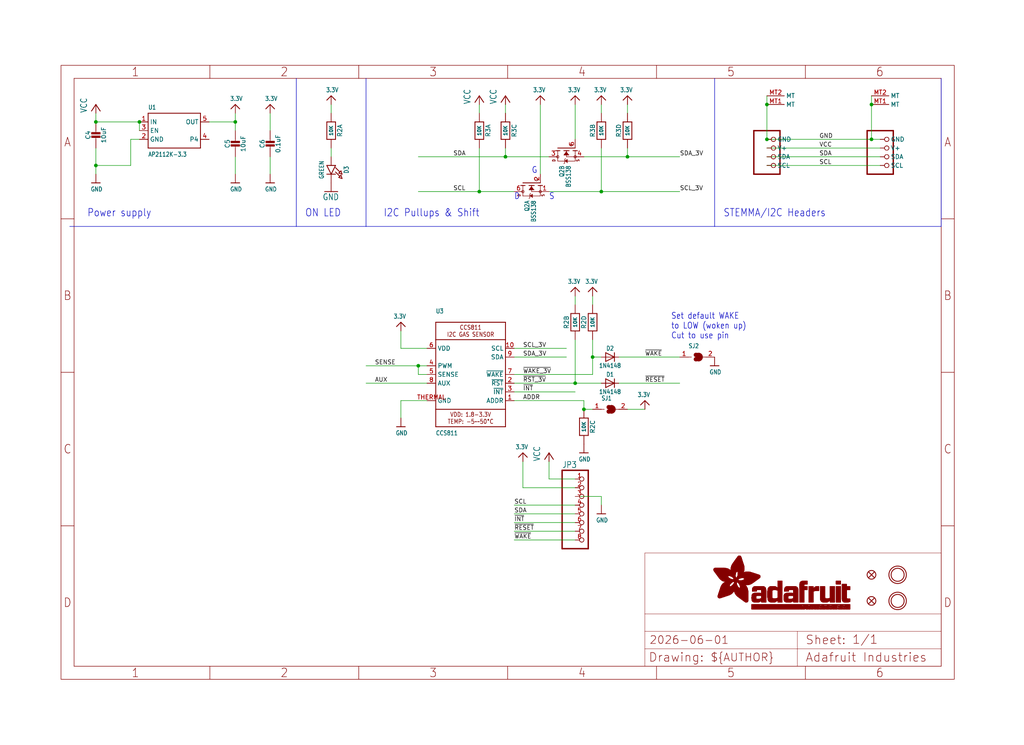
<source format=kicad_sch>
(kicad_sch (version 20230121) (generator eeschema)
  (paper "User" 298.45 217.322)
  (lib_symbols
    (symbol "working-eagle-import:3.3V" (power)
      (property "Value" "3.3V" (at -1.524 1.016 0))
      (symbol "3.3V_1_0"
        (pin power_in line (at 0 -2.54 90) (length 2.54) (name "3.3V") (number "1"))
      )
    )
    (symbol "working-eagle-import:CAP_CERAMIC0603_NO"
      (property "Reference" "C" (at -2.29 1.25 90))
      (symbol "CAP_CERAMIC0603_NO_1_0"
        (pin passive line (at 0 5.08 270) (length 2.54) (name "1") (number "1"))
        (pin passive line (at 0 -2.54 90) (length 2.54) (name "2") (number "2"))
      )
    )
    (symbol "working-eagle-import:CAP_CERAMIC0805-NOOUTLINE"
      (property "Reference" "C" (at -2.29 1.25 90))
      (symbol "CAP_CERAMIC0805-NOOUTLINE_1_0"
        (pin passive line (at 0 5.08 270) (length 2.54) (name "1") (number "1"))
        (pin passive line (at 0 -2.54 90) (length 2.54) (name "2") (number "2"))
      )
    )
    (symbol "working-eagle-import:CCS811"
      (property "Reference" "U" (at -10.16 17.78 0))
      (symbol "CCS811_1_0"
        (text "CCS811\nI2C GAS SENSOR" (at 0 12.7 0) (effects (font (size 1.27 1.0795))))
        (text "VDD: 1.8-3.3V\nTEMP: -5~~50°C" (at 0 -12.7 0) (effects (font (size 1.27 1.0795))))
        (pin input line (at 12.7 -7.62 180) (length 2.54) (name "ADDR") (number "1"))
        (pin bidirectional line (at 12.7 7.62 180) (length 2.54) (name "SCL") (number "10"))
        (pin input line (at 12.7 -2.54 180) (length 2.54) (name "~{RST}") (number "2"))
        (pin output line (at 12.7 -5.08 180) (length 2.54) (name "~{INT}") (number "3"))
        (pin output line (at -12.7 2.54 0) (length 2.54) (name "PWM") (number "4"))
        (pin input line (at -12.7 0 0) (length 2.54) (name "SENSE") (number "5"))
        (pin power_in line (at -12.7 7.62 0) (length 2.54) (name "VDD") (number "6"))
        (pin input line (at 12.7 0 180) (length 2.54) (name "~{WAKE}") (number "7"))
        (pin passive line (at -12.7 -2.54 0) (length 2.54) (name "AUX") (number "8"))
        (pin bidirectional line (at 12.7 5.08 180) (length 2.54) (name "SDA") (number "9"))
        (pin power_in line (at -12.7 -7.62 0) (length 2.54) (name "GND") (number "THERMAL"))
      )
    )
    (symbol "working-eagle-import:DIODESOD-323"
      (property "Reference" "D" (at 0 2.54 0))
      (symbol "DIODESOD-323_1_0"
        (pin passive line (at -2.54 0 0) (length 2.54) (name "A") (number "A"))
        (pin passive line (at 2.54 0 180) (length 2.54) (name "C") (number "C"))
      )
    )
    (symbol "working-eagle-import:FIDUCIAL_1MM")
    (symbol "working-eagle-import:FRAME_A4_ADAFRUIT"
      (symbol "FRAME_A4_ADAFRUIT_1_0"
        (text "${#}/${##}" (at 230.505 10.16 0) (effects (font (size 2.54 2.54)) (justify left bottom)))
        (text "${AUTHOR}" (at 189.23 5.08 0) (effects (font (size 2.286 2.286)) (justify left bottom)))
        (text "${CURRENT_DATE}" (at 171.45 10.16 0) (effects (font (size 2.286 2.286)) (justify left bottom)))
        (text "${PROJECTNAME}" (at 171.45 15.24 0) (effects (font (size 2.54 2.54)) (justify left bottom)))
        (text "1" (at 21.6958 1.905 0) (effects (font (size 2.54 2.286))))
        (text "1" (at 21.6958 177.165 0) (effects (font (size 2.54 2.286))))
        (text "2" (at 65.0875 1.905 0) (effects (font (size 2.54 2.286))))
        (text "2" (at 65.0875 177.165 0) (effects (font (size 2.54 2.286))))
        (text "3" (at 108.4792 1.905 0) (effects (font (size 2.54 2.286))))
        (text "3" (at 108.4792 177.165 0) (effects (font (size 2.54 2.286))))
        (text "4" (at 151.8708 1.905 0) (effects (font (size 2.54 2.286))))
        (text "4" (at 151.8708 177.165 0) (effects (font (size 2.54 2.286))))
        (text "5" (at 195.2625 1.905 0) (effects (font (size 2.54 2.286))))
        (text "5" (at 195.2625 177.165 0) (effects (font (size 2.54 2.286))))
        (text "6" (at 238.6542 1.905 0) (effects (font (size 2.54 2.286))))
        (text "6" (at 238.6542 177.165 0) (effects (font (size 2.54 2.286))))
        (text "A" (at 1.905 156.6863 0) (effects (font (size 2.54 2.286))))
        (text "A" (at 258.445 156.6863 0) (effects (font (size 2.54 2.286))))
        (text "Adafruit Industries" (at 216.916 4.953 0) (effects (font (size 2.54 2.54)) (justify left bottom)))
        (text "B" (at 1.905 111.9188 0) (effects (font (size 2.54 2.286))))
        (text "B" (at 258.445 111.9188 0) (effects (font (size 2.54 2.286))))
        (text "C" (at 1.905 67.1513 0) (effects (font (size 2.54 2.286))))
        (text "C" (at 258.445 67.1513 0) (effects (font (size 2.54 2.286))))
        (text "D" (at 1.905 22.3838 0) (effects (font (size 2.54 2.286))))
        (text "D" (at 258.445 22.3838 0) (effects (font (size 2.54 2.286))))
        (text "Drawing:" (at 171.196 4.953 0) (effects (font (size 2.54 2.54)) (justify left bottom)))
        (text "Sheet:" (at 216.916 10.033 0) (effects (font (size 2.54 2.54)) (justify left bottom)))
      )
    )
    (symbol "working-eagle-import:GND" (power)
      (property "Value" "GND" (at -1.524 -2.54 0))
      (symbol "GND_1_0"
        (pin power_in line (at 0 2.54 270) (length 2.54) (name "GND") (number "1"))
      )
    )
    (symbol "working-eagle-import:HEADER-1X870MIL"
      (property "Reference" "JP" (at -6.35 13.335 0))
      (symbol "HEADER-1X870MIL_1_0"
        (pin passive inverted (at -2.54 10.16 0) (length 2.54) (name "1") (number "1"))
        (pin passive inverted (at -2.54 7.62 0) (length 2.54) (name "2") (number "2"))
        (pin passive inverted (at -2.54 5.08 0) (length 2.54) (name "3") (number "3"))
        (pin passive inverted (at -2.54 2.54 0) (length 2.54) (name "4") (number "4"))
        (pin passive inverted (at -2.54 0 0) (length 2.54) (name "5") (number "5"))
        (pin passive inverted (at -2.54 -2.54 0) (length 2.54) (name "6") (number "6"))
        (pin passive inverted (at -2.54 -5.08 0) (length 2.54) (name "7") (number "7"))
        (pin passive inverted (at -2.54 -7.62 0) (length 2.54) (name "8") (number "8"))
      )
    )
    (symbol "working-eagle-import:LED0603_NOOUTLINE"
      (property "Reference" "D" (at -1.27 4.445 0))
      (symbol "LED0603_NOOUTLINE_1_0"
        (pin passive line (at -5.08 0 0) (length 2.54) (name "A") (number "A"))
        (pin passive line (at 2.54 0 180) (length 2.54) (name "C") (number "C"))
      )
    )
    (symbol "working-eagle-import:MOSFET-N_DUAL"
      (property "Reference" "Q" (at 5.08 0.635 0))
      (symbol "MOSFET-N_DUAL_1_0"
        (text "D" (at 3.175 3.175 0) (effects (font (size 0.8128 0.6908)) (justify left bottom)))
        (text "G" (at -1.27 -1.905 0) (effects (font (size 0.8128 0.6908)) (justify left bottom)))
        (text "S" (at 3.175 -3.81 0) (effects (font (size 0.8128 0.6908)) (justify left bottom)))
        (pin bidirectional line (at 2.54 -5.08 90) (length 2.54) (name "S") (number "1"))
        (pin bidirectional line (at -2.54 -2.54 0) (length 2.54) (name "G") (number "2"))
        (pin bidirectional line (at 2.54 5.08 270) (length 2.54) (name "D") (number "6"))
      )
      (symbol "MOSFET-N_DUAL_2_0"
        (text "D" (at 3.175 3.175 0) (effects (font (size 0.8128 0.6908)) (justify left bottom)))
        (text "G" (at -1.27 -1.905 0) (effects (font (size 0.8128 0.6908)) (justify left bottom)))
        (text "S" (at 3.175 -3.81 0) (effects (font (size 0.8128 0.6908)) (justify left bottom)))
        (pin bidirectional line (at 2.54 5.08 270) (length 2.54) (name "D") (number "3"))
        (pin bidirectional line (at 2.54 -5.08 90) (length 2.54) (name "S") (number "4"))
        (pin bidirectional line (at -2.54 -2.54 0) (length 2.54) (name "G") (number "5"))
      )
    )
    (symbol "working-eagle-import:MOUNTINGHOLE2.5")
    (symbol "working-eagle-import:RESISTOR_4PACK"
      (property "Reference" "R" (at 0 2.54 0))
      (symbol "RESISTOR_4PACK_1_0"
        (pin passive line (at -5.08 0 0) (length 2.54) (name "1") (number "1"))
        (pin passive line (at 5.08 0 180) (length 2.54) (name "2") (number "8"))
      )
      (symbol "RESISTOR_4PACK_2_0"
        (pin passive line (at -5.08 0 0) (length 2.54) (name "1") (number "2"))
        (pin passive line (at 5.08 0 180) (length 2.54) (name "2") (number "7"))
      )
      (symbol "RESISTOR_4PACK_3_0"
        (pin passive line (at -5.08 0 0) (length 2.54) (name "1") (number "3"))
        (pin passive line (at 5.08 0 180) (length 2.54) (name "2") (number "6"))
      )
      (symbol "RESISTOR_4PACK_4_0"
        (pin passive line (at -5.08 0 0) (length 2.54) (name "1") (number "4"))
        (pin passive line (at 5.08 0 180) (length 2.54) (name "2") (number "5"))
      )
    )
    (symbol "working-eagle-import:SOLDERJUMPER"
      (property "Reference" "SJ" (at -2.54 2.54 0))
      (symbol "SOLDERJUMPER_1_0"
        (pin passive line (at -5.08 0 0) (length 2.54) (name "1") (number "1"))
        (pin passive line (at 5.08 0 180) (length 2.54) (name "2") (number "2"))
      )
    )
    (symbol "working-eagle-import:SOLDERJUMPERCLOSED"
      (property "Reference" "SJ" (at -2.54 2.54 0))
      (symbol "SOLDERJUMPERCLOSED_1_0"
        (pin passive line (at -5.08 0 0) (length 2.54) (name "1") (number "1"))
        (pin passive line (at 5.08 0 180) (length 2.54) (name "2") (number "2"))
      )
    )
    (symbol "working-eagle-import:STEMMA_I2C_QT"
      (symbol "STEMMA_I2C_QT_1_0"
        (pin passive inverted (at 0 5.08 0) (length 2.54) (name "GND") (number "1"))
        (pin passive inverted (at 0 2.54 0) (length 2.54) (name "V+") (number "2"))
        (pin passive inverted (at 0 0 0) (length 2.54) (name "SDA") (number "3"))
        (pin passive inverted (at 0 -2.54 0) (length 2.54) (name "SCL") (number "4"))
      )
      (symbol "STEMMA_I2C_QT_2_0"
        (pin bidirectional line (at 0 0 0) (length 5.08) (name "MT") (number "MT1"))
      )
      (symbol "STEMMA_I2C_QT_3_0"
        (pin bidirectional line (at 0 0 0) (length 5.08) (name "MT") (number "MT2"))
      )
    )
    (symbol "working-eagle-import:VCC" (power)
      (property "Value" "VCC" (at -2.54 -2.54 90))
      (symbol "VCC_1_0"
        (pin power_in line (at 0 -2.54 90) (length 2.54) (name "VCC") (number "1"))
      )
    )
    (symbol "working-eagle-import:VREG_SOT23-5"
      (property "Reference" "U" (at -7.62 6.096 0))
      (symbol "VREG_SOT23-5_1_0"
        (pin power_in line (at -10.16 2.54 0) (length 2.54) (name "IN") (number "1"))
        (pin power_in line (at -10.16 -2.54 0) (length 2.54) (name "GND") (number "2"))
        (pin input line (at -10.16 0 0) (length 2.54) (name "EN") (number "3"))
        (pin bidirectional line (at 10.16 -2.54 180) (length 2.54) (name "P4") (number "4"))
        (pin power_in line (at 10.16 2.54 180) (length 2.54) (name "OUT") (number "5"))
      )
    )
    (symbol "working-eagle-import:supply1_GND" (power)
      (property "Value" "supply1_GND" (at -2.54 -2.54 0))
      (symbol "supply1_GND_1_0"
        (pin power_in line (at 0 2.54 270) (length 2.54) (name "GND") (number "1"))
      )
    )
  )
  (junction (at 167.64 111.76))
  (junction (at 27.94 48.26))
  (junction (at 121.92 106.68))
  (junction (at 182.88 45.72))
  (junction (at 170.18 119.38))
  (junction (at 172.72 104.14))
  (junction (at 68.58 35.56))
  (junction (at 254 40.64))
  (junction (at 175.26 55.88))
  (junction (at 223.52 30.48))
  (junction (at 223.52 40.64))
  (junction (at 40.64 35.56))
  (junction (at 139.7 55.88))
  (junction (at 254 30.48))
  (junction (at 27.94 35.56))
  (junction (at 147.32 45.72))
  (wire (pts (xy 167.64 40.64) (xy 167.64 30.48)) (stroke (width 0.1524)))
  (wire (pts (xy 172.72 109.22) (xy 172.72 104.14)) (stroke (width 0.1524)))
  (wire (pts (xy 167.64 86.36) (xy 167.64 88.9)) (stroke (width 0.1524)))
  (polyline (pts (xy 208.28 22.86) (xy 208.28 66.04)) (stroke (width 0.1524) (type solid)))
  (wire (pts (xy 121.92 109.22) (xy 121.92 106.68)) (stroke (width 0.1524)))
  (wire (pts (xy 139.7 43.18) (xy 139.7 55.88)) (stroke (width 0.1524)))
  (wire (pts (xy 182.88 45.72) (xy 198.12 45.72)) (stroke (width 0.1524)))
  (wire (pts (xy 96.52 45.72) (xy 96.52 43.18)) (stroke (width 0.1524)))
  (wire (pts (xy 254 40.64) (xy 223.52 40.64)) (stroke (width 0.1524)))
  (wire (pts (xy 223.52 27.94) (xy 223.52 30.48)) (stroke (width 0.1524)))
  (wire (pts (xy 160.02 45.72) (xy 147.32 45.72)) (stroke (width 0.1524)))
  (wire (pts (xy 149.86 55.88) (xy 139.7 55.88)) (stroke (width 0.1524)))
  (polyline (pts (xy 106.68 66.04) (xy 208.28 66.04)) (stroke (width 0.1524) (type solid)))
  (wire (pts (xy 175.26 33.02) (xy 175.26 30.48)) (stroke (width 0.1524)))
  (wire (pts (xy 170.18 116.84) (xy 149.86 116.84)) (stroke (width 0.1524)))
  (wire (pts (xy 175.26 144.78) (xy 175.26 147.32)) (stroke (width 0.1524)))
  (wire (pts (xy 124.46 101.6) (xy 116.84 101.6)) (stroke (width 0.1524)))
  (wire (pts (xy 27.94 48.26) (xy 27.94 43.18)) (stroke (width 0.1524)))
  (wire (pts (xy 149.86 157.48) (xy 167.64 157.48)) (stroke (width 0.1524)))
  (wire (pts (xy 167.64 144.78) (xy 175.26 144.78)) (stroke (width 0.1524)))
  (wire (pts (xy 116.84 116.84) (xy 116.84 121.92)) (stroke (width 0.1524)))
  (wire (pts (xy 116.84 101.6) (xy 116.84 96.52)) (stroke (width 0.1524)))
  (polyline (pts (xy 274.32 22.86) (xy 274.32 66.04)) (stroke (width 0.1524) (type solid)))
  (wire (pts (xy 172.72 86.36) (xy 172.72 88.9)) (stroke (width 0.1524)))
  (wire (pts (xy 147.32 33.02) (xy 147.32 30.48)) (stroke (width 0.1524)))
  (wire (pts (xy 139.7 30.48) (xy 139.7 33.02)) (stroke (width 0.1524)))
  (wire (pts (xy 121.92 106.68) (xy 124.46 106.68)) (stroke (width 0.1524)))
  (wire (pts (xy 180.34 111.76) (xy 198.12 111.76)) (stroke (width 0.1524)))
  (wire (pts (xy 152.4 142.24) (xy 152.4 134.62)) (stroke (width 0.1524)))
  (wire (pts (xy 182.88 33.02) (xy 182.88 30.48)) (stroke (width 0.1524)))
  (wire (pts (xy 40.64 38.1) (xy 40.64 35.56)) (stroke (width 0.1524)))
  (wire (pts (xy 149.86 109.22) (xy 172.72 109.22)) (stroke (width 0.1524)))
  (wire (pts (xy 124.46 109.22) (xy 121.92 109.22)) (stroke (width 0.1524)))
  (wire (pts (xy 180.34 104.14) (xy 198.12 104.14)) (stroke (width 0.1524)))
  (wire (pts (xy 68.58 45.72) (xy 68.58 50.8)) (stroke (width 0.1524)))
  (wire (pts (xy 40.64 40.64) (xy 38.1 40.64)) (stroke (width 0.1524)))
  (wire (pts (xy 167.64 111.76) (xy 175.26 111.76)) (stroke (width 0.1524)))
  (wire (pts (xy 160.02 139.7) (xy 160.02 134.62)) (stroke (width 0.1524)))
  (wire (pts (xy 27.94 48.26) (xy 27.94 50.8)) (stroke (width 0.1524)))
  (wire (pts (xy 172.72 99.06) (xy 172.72 104.14)) (stroke (width 0.1524)))
  (wire (pts (xy 139.7 55.88) (xy 121.92 55.88)) (stroke (width 0.1524)))
  (wire (pts (xy 256.54 45.72) (xy 223.52 45.72)) (stroke (width 0.1524)))
  (wire (pts (xy 182.88 119.38) (xy 187.96 119.38)) (stroke (width 0.1524)))
  (wire (pts (xy 40.64 35.56) (xy 27.94 35.56)) (stroke (width 0.1524)))
  (wire (pts (xy 170.18 119.38) (xy 170.18 116.84)) (stroke (width 0.1524)))
  (wire (pts (xy 96.52 30.48) (xy 96.52 33.02)) (stroke (width 0.1524)))
  (wire (pts (xy 167.64 152.4) (xy 149.86 152.4)) (stroke (width 0.1524)))
  (wire (pts (xy 223.52 43.18) (xy 256.54 43.18)) (stroke (width 0.1524)))
  (wire (pts (xy 157.48 50.8) (xy 157.48 30.48)) (stroke (width 0.1524)))
  (wire (pts (xy 68.58 35.56) (xy 68.58 33.02)) (stroke (width 0.1524)))
  (wire (pts (xy 223.52 48.26) (xy 256.54 48.26)) (stroke (width 0.1524)))
  (wire (pts (xy 170.18 119.38) (xy 172.72 119.38)) (stroke (width 0.1524)))
  (wire (pts (xy 147.32 43.18) (xy 147.32 45.72)) (stroke (width 0.1524)))
  (wire (pts (xy 223.52 30.48) (xy 223.52 40.64)) (stroke (width 0.1524)))
  (wire (pts (xy 175.26 43.18) (xy 175.26 55.88)) (stroke (width 0.1524)))
  (wire (pts (xy 254 27.94) (xy 254 30.48)) (stroke (width 0.1524)))
  (wire (pts (xy 254 30.48) (xy 254 40.64)) (stroke (width 0.1524)))
  (wire (pts (xy 160.02 55.88) (xy 175.26 55.88)) (stroke (width 0.1524)))
  (wire (pts (xy 167.64 154.94) (xy 149.86 154.94)) (stroke (width 0.1524)))
  (wire (pts (xy 124.46 116.84) (xy 116.84 116.84)) (stroke (width 0.1524)))
  (wire (pts (xy 38.1 40.64) (xy 38.1 48.26)) (stroke (width 0.1524)))
  (wire (pts (xy 256.54 40.64) (xy 254 40.64)) (stroke (width 0.1524)))
  (wire (pts (xy 78.74 45.72) (xy 78.74 50.8)) (stroke (width 0.1524)))
  (wire (pts (xy 167.64 139.7) (xy 160.02 139.7)) (stroke (width 0.1524)))
  (wire (pts (xy 60.96 35.56) (xy 68.58 35.56)) (stroke (width 0.1524)))
  (wire (pts (xy 149.86 114.3) (xy 167.64 114.3)) (stroke (width 0.1524)))
  (wire (pts (xy 149.86 111.76) (xy 167.64 111.76)) (stroke (width 0.1524)))
  (polyline (pts (xy 106.68 22.86) (xy 106.68 66.04)) (stroke (width 0.1524) (type solid)))
  (wire (pts (xy 149.86 147.32) (xy 167.64 147.32)) (stroke (width 0.1524)))
  (wire (pts (xy 167.64 142.24) (xy 152.4 142.24)) (stroke (width 0.1524)))
  (wire (pts (xy 68.58 35.56) (xy 68.58 38.1)) (stroke (width 0.1524)))
  (wire (pts (xy 175.26 55.88) (xy 198.12 55.88)) (stroke (width 0.1524)))
  (wire (pts (xy 38.1 48.26) (xy 27.94 48.26)) (stroke (width 0.1524)))
  (wire (pts (xy 170.18 45.72) (xy 182.88 45.72)) (stroke (width 0.1524)))
  (polyline (pts (xy 208.28 66.04) (xy 274.32 66.04)) (stroke (width 0.1524) (type solid)))
  (wire (pts (xy 147.32 45.72) (xy 121.92 45.72)) (stroke (width 0.1524)))
  (wire (pts (xy 167.64 99.06) (xy 167.64 111.76)) (stroke (width 0.1524)))
  (wire (pts (xy 78.74 33.02) (xy 78.74 38.1)) (stroke (width 0.1524)))
  (polyline (pts (xy 86.36 66.04) (xy 106.68 66.04)) (stroke (width 0.1524) (type solid)))
  (wire (pts (xy 27.94 33.02) (xy 27.94 35.56)) (stroke (width 0.1524)))
  (wire (pts (xy 149.86 104.14) (xy 165.1 104.14)) (stroke (width 0.1524)))
  (wire (pts (xy 149.86 149.86) (xy 167.64 149.86)) (stroke (width 0.1524)))
  (wire (pts (xy 182.88 43.18) (xy 182.88 45.72)) (stroke (width 0.1524)))
  (wire (pts (xy 124.46 111.76) (xy 106.68 111.76)) (stroke (width 0.1524)))
  (wire (pts (xy 121.92 106.68) (xy 106.68 106.68)) (stroke (width 0.1524)))
  (polyline (pts (xy 86.36 22.86) (xy 86.36 66.04)) (stroke (width 0.1524) (type solid)))
  (polyline (pts (xy 20.32 66.04) (xy 86.36 66.04)) (stroke (width 0.1524) (type solid)))
  (wire (pts (xy 172.72 104.14) (xy 175.26 104.14)) (stroke (width 0.1524)))
  (wire (pts (xy 165.1 101.6) (xy 149.86 101.6)) (stroke (width 0.1524)))
  (text "S" (at 160.02 58.42 0) (effects (font (size 1.778 1.5113)) (justify left bottom)))
  (text "G" (at 154.94 50.8 0) (effects (font (size 1.778 1.5113)) (justify left bottom)))
  (text "Power supply" (at 25.4 63.5 0) (effects (font (size 2.1844 1.8567)) (justify left bottom)))
  (text "STEMMA/I2C Headers" (at 210.82 63.5 0) (effects (font (size 2.1844 1.8567)) (justify left bottom)))
  (text "ON LED" (at 88.9 63.5 0) (effects (font (size 2.1844 1.8567)) (justify left bottom)))
  (text "Set default WAKE\nto LOW (woken up)\nCut to use pin~{}" (at 195.58 99.06 0) (effects (font (size 1.778 1.5113)) (justify left bottom)))
  (text "I2C Pullups & Shift" (at 111.76 63.5 0) (effects (font (size 2.1844 1.8567)) (justify left bottom)))
  (text "D" (at 149.86 58.42 0) (effects (font (size 1.778 1.5113)) (justify left bottom)))
  (label "~{RESET}" (at 187.96 111.76 0) (effects (font (size 1.2446 1.2446))))
  (label "SDA" (at 238.76 45.72 0) (effects (font (size 1.2446 1.2446))))
  (label "SCL" (at 238.76 48.26 0) (effects (font (size 1.2446 1.2446))))
  (label "GND" (at 238.76 40.64 0) (effects (font (size 1.2446 1.2446))))
  (label "SCL" (at 149.86 147.32 0) (effects (font (size 1.2446 1.2446))))
  (label "SCL" (at 132.08 55.88 0) (effects (font (size 1.2446 1.2446))))
  (label "~{RESET}" (at 149.86 154.94 0) (effects (font (size 1.2446 1.2446))))
  (label "SDA_3V" (at 198.12 45.72 0) (effects (font (size 1.2446 1.2446))))
  (label "SDA_3V" (at 152.4 104.14 0) (effects (font (size 1.2446 1.2446))))
  (label "AUX" (at 109.22 111.76 0) (effects (font (size 1.2446 1.2446))))
  (label "SENSE" (at 109.22 106.68 0) (effects (font (size 1.2446 1.2446))))
  (label "VCC" (at 238.76 43.18 0) (effects (font (size 1.2446 1.2446))))
  (label "~{WAKE}" (at 187.96 104.14 0) (effects (font (size 1.2446 1.2446))))
  (label "ADDR" (at 152.4 116.84 0) (effects (font (size 1.2446 1.2446))))
  (label "~{INT}" (at 152.4 114.3 0) (effects (font (size 1.2446 1.2446))))
  (label "SDA" (at 149.86 149.86 0) (effects (font (size 1.2446 1.2446))))
  (label "~{INT}" (at 149.86 152.4 0) (effects (font (size 1.2446 1.2446))))
  (label "~{WAKE_3V}" (at 152.4 109.22 0) (effects (font (size 1.2446 1.2446))))
  (label "SDA" (at 132.08 45.72 0) (effects (font (size 1.2446 1.2446))))
  (label "~{WAKE}" (at 149.86 157.48 0) (effects (font (size 1.2446 1.2446))))
  (label "~{RST_3V}" (at 152.4 111.76 0) (effects (font (size 1.2446 1.2446))))
  (label "SCL_3V" (at 152.4 101.6 0) (effects (font (size 1.2446 1.2446))))
  (label "SCL_3V" (at 198.12 55.88 0) (effects (font (size 1.2446 1.2446))))
  (symbol (lib_id "working-eagle-import:CAP_CERAMIC0603_NO") (at 78.74 43.18 0) (unit 1)
    (property "Reference" "C6" (at 76.45 41.93 90))
    (property "Value" "0.1uF" (at 81.04 41.93 90))
    (property "Footprint" "working:0603-NO" (effects hide))
  )
  (symbol (lib_id "working-eagle-import:VCC") (at 139.7 27.94 0) (unit 1)
    (property "Reference" "#P+1" (effects hide))
    (property "Value" "VCC" (at 137.16 30.48 90) (effects (font (size 1.778 1.5113)) (justify left bottom)))
  )
  (symbol (lib_id "working-eagle-import:CAP_CERAMIC0805-NOOUTLINE") (at 27.94 40.64 0) (unit 1)
    (property "Reference" "C4" (at 25.65 39.39 90))
    (property "Value" "10uF" (at 30.24 39.39 90))
    (property "Footprint" "working:0805-NO" (effects hide))
  )
  (symbol (lib_id "working-eagle-import:GND") (at 27.94 53.34 0) (unit 1)
    (property "Reference" "#U$28" (effects hide))
    (property "Value" "GND" (at 26.416 55.88 0) (effects (font (size 1.27 1.0795)) (justify left bottom)))
  )
  (symbol (lib_id "working-eagle-import:3.3V") (at 96.52 27.94 0) (unit 1)
    (property "Reference" "#U$44" (effects hide))
    (property "Value" "3.3V" (at 94.996 26.924 0) (effects (font (size 1.27 1.0795)) (justify left bottom)))
  )
  (symbol (lib_id "working-eagle-import:STEMMA_I2C_QT") (at 223.52 30.48 0) (unit 2)
    (property "Reference" "CONN3" (effects hide))
    (property "Value" "STEMMA_I2C_QT" (effects hide))
    (property "Footprint" "working:JST_SH4" (effects hide))
  )
  (symbol (lib_id "working-eagle-import:FRAME_A4_ADAFRUIT") (at 17.78 198.12 0) (unit 1)
    (property "Reference" "#U$41" (effects hide))
    (property "Value" "FRAME_A4_ADAFRUIT" (effects hide))
  )
  (symbol (lib_id "working-eagle-import:3.3V") (at 187.96 116.84 0) (mirror y) (unit 1)
    (property "Reference" "#U$26" (effects hide))
    (property "Value" "3.3V" (at 189.484 115.824 0) (effects (font (size 1.27 1.0795)) (justify left bottom)))
  )
  (symbol (lib_id "working-eagle-import:3.3V") (at 78.74 30.48 0) (unit 1)
    (property "Reference" "#U$32" (effects hide))
    (property "Value" "3.3V" (at 77.216 29.464 0) (effects (font (size 1.27 1.0795)) (justify left bottom)))
  )
  (symbol (lib_id "working-eagle-import:STEMMA_I2C_QT") (at 223.52 45.72 0) (unit 1)
    (property "Reference" "CONN3" (effects hide))
    (property "Value" "STEMMA_I2C_QT" (effects hide))
    (property "Footprint" "working:JST_SH4" (effects hide))
  )
  (symbol (lib_id "working-eagle-import:3.3V") (at 182.88 27.94 0) (mirror y) (unit 1)
    (property "Reference" "#U$34" (effects hide))
    (property "Value" "3.3V" (at 184.404 26.924 0) (effects (font (size 1.27 1.0795)) (justify left bottom)))
  )
  (symbol (lib_id "working-eagle-import:GND") (at 170.18 132.08 0) (unit 1)
    (property "Reference" "#U$23" (effects hide))
    (property "Value" "GND" (at 168.656 134.62 0) (effects (font (size 1.27 1.0795)) (justify left bottom)))
  )
  (symbol (lib_id "working-eagle-import:3.3V") (at 68.58 30.48 0) (unit 1)
    (property "Reference" "#U$33" (effects hide))
    (property "Value" "3.3V" (at 67.056 29.464 0) (effects (font (size 1.27 1.0795)) (justify left bottom)))
  )
  (symbol (lib_id "working-eagle-import:STEMMA_I2C_QT") (at 254 27.94 0) (unit 3)
    (property "Reference" "CONN4" (effects hide))
    (property "Value" "STEMMA_I2C_QT" (effects hide))
    (property "Footprint" "working:JST_SH4" (effects hide))
  )
  (symbol (lib_id "working-eagle-import:VCC") (at 147.32 27.94 0) (unit 1)
    (property "Reference" "#P+2" (effects hide))
    (property "Value" "VCC" (at 144.78 30.48 90) (effects (font (size 1.778 1.5113)) (justify left bottom)))
  )
  (symbol (lib_id "working-eagle-import:RESISTOR_4PACK") (at 175.26 38.1 90) (mirror x) (unit 2)
    (property "Reference" "R3" (at 172.72 38.1 0))
    (property "Value" "10K" (at 175.26 38.1 0) (effects (font (size 1.016 1.016) bold)))
    (property "Footprint" "working:RESPACK_4X0603" (effects hide))
  )
  (symbol (lib_id "working-eagle-import:STEMMA_I2C_QT") (at 256.54 45.72 0) (unit 1)
    (property "Reference" "CONN4" (effects hide))
    (property "Value" "STEMMA_I2C_QT" (effects hide))
    (property "Footprint" "working:JST_SH4" (effects hide))
  )
  (symbol (lib_id "working-eagle-import:CCS811") (at 137.16 109.22 0) (unit 1)
    (property "Reference" "U3" (at 127 91.44 0) (effects (font (size 1.27 1.0795)) (justify left bottom)))
    (property "Value" "CCS811" (at 127 127 0) (effects (font (size 1.27 1.0795)) (justify left bottom)))
    (property "Footprint" "working:CCS811" (effects hide))
  )
  (symbol (lib_id "working-eagle-import:3.3V") (at 175.26 27.94 0) (mirror y) (unit 1)
    (property "Reference" "#U$35" (effects hide))
    (property "Value" "3.3V" (at 176.784 26.924 0) (effects (font (size 1.27 1.0795)) (justify left bottom)))
  )
  (symbol (lib_id "working-eagle-import:GND") (at 78.74 53.34 0) (unit 1)
    (property "Reference" "#U$30" (effects hide))
    (property "Value" "GND" (at 77.216 55.88 0) (effects (font (size 1.27 1.0795)) (justify left bottom)))
  )
  (symbol (lib_id "working-eagle-import:MOUNTINGHOLE2.5") (at 261.62 175.26 0) (unit 1)
    (property "Reference" "U$39" (effects hide))
    (property "Value" "MOUNTINGHOLE2.5" (effects hide))
    (property "Footprint" "working:MOUNTINGHOLE_2.5_PLATED" (effects hide))
  )
  (symbol (lib_id "working-eagle-import:3.3V") (at 152.4 132.08 0) (mirror y) (unit 1)
    (property "Reference" "#U$19" (effects hide))
    (property "Value" "3.3V" (at 153.924 131.064 0) (effects (font (size 1.27 1.0795)) (justify left bottom)))
  )
  (symbol (lib_id "working-eagle-import:RESISTOR_4PACK") (at 170.18 124.46 270) (unit 3)
    (property "Reference" "R2" (at 172.72 124.46 0))
    (property "Value" "10K" (at 170.18 124.46 0) (effects (font (size 1.016 1.016) bold)))
    (property "Footprint" "working:RESPACK_4X0603" (effects hide))
  )
  (symbol (lib_id "working-eagle-import:MOSFET-N_DUAL") (at 154.94 53.34 90) (mirror x) (unit 1)
    (property "Reference" "Q2" (at 154.305 58.42 0) (effects (font (size 1.27 1.0795)) (justify left bottom)))
    (property "Value" "BSS138" (at 156.21 58.42 0) (effects (font (size 1.27 1.0795)) (justify left bottom)))
    (property "Footprint" "working:SOT363" (effects hide))
  )
  (symbol (lib_id "working-eagle-import:SOLDERJUMPER") (at 177.8 119.38 0) (unit 1)
    (property "Reference" "SJ1" (at 175.26 116.84 0) (effects (font (size 1.27 1.0795)) (justify left bottom)))
    (property "Value" "SOLDERJUMPER" (effects hide))
    (property "Footprint" "working:SOLDERJUMPER_ARROW_NOPASTE" (effects hide))
  )
  (symbol (lib_id "working-eagle-import:CAP_CERAMIC0805-NOOUTLINE") (at 68.58 43.18 0) (unit 1)
    (property "Reference" "C5" (at 66.29 41.93 90))
    (property "Value" "10uF" (at 70.88 41.93 90))
    (property "Footprint" "working:0805-NO" (effects hide))
  )
  (symbol (lib_id "working-eagle-import:SOLDERJUMPERCLOSED") (at 203.2 104.14 0) (unit 1)
    (property "Reference" "SJ2" (at 200.66 101.6 0) (effects (font (size 1.27 1.0795)) (justify left bottom)))
    (property "Value" "SOLDERJUMPERCLOSED" (effects hide))
    (property "Footprint" "working:SOLDERJUMPER_CLOSEDWIRE" (effects hide))
  )
  (symbol (lib_id "working-eagle-import:GND") (at 208.28 106.68 0) (unit 1)
    (property "Reference" "#U$3" (effects hide))
    (property "Value" "GND" (at 206.756 109.22 0) (effects (font (size 1.27 1.0795)) (justify left bottom)))
  )
  (symbol (lib_id "working-eagle-import:HEADER-1X870MIL") (at 170.18 149.86 0) (unit 1)
    (property "Reference" "JP3" (at 163.83 136.525 0) (effects (font (size 1.778 1.5113)) (justify left bottom)))
    (property "Value" "HEADER-1X870MIL" (effects hide))
    (property "Footprint" "working:1X08_ROUND_70" (effects hide))
  )
  (symbol (lib_id "working-eagle-import:VCC") (at 27.94 30.48 0) (unit 1)
    (property "Reference" "#P+3" (effects hide))
    (property "Value" "VCC" (at 25.4 33.02 90) (effects (font (size 1.778 1.5113)) (justify left bottom)))
  )
  (symbol (lib_id "working-eagle-import:LED0603_NOOUTLINE") (at 96.52 50.8 270) (unit 1)
    (property "Reference" "D3" (at 100.965 49.53 0) (effects (font (size 1.27 1.0795))))
    (property "Value" "GREEN" (at 93.726 49.53 0) (effects (font (size 1.27 1.0795))))
    (property "Footprint" "working:CHIPLED_0603_NOOUTLINE" (effects hide))
  )
  (symbol (lib_id "working-eagle-import:RESISTOR_4PACK") (at 167.64 93.98 90) (unit 2)
    (property "Reference" "R2" (at 165.1 93.98 0))
    (property "Value" "10K" (at 167.64 93.98 0) (effects (font (size 1.016 1.016) bold)))
    (property "Footprint" "working:RESPACK_4X0603" (effects hide))
  )
  (symbol (lib_id "working-eagle-import:GND") (at 116.84 124.46 0) (unit 1)
    (property "Reference" "#U$2" (effects hide))
    (property "Value" "GND" (at 115.316 127 0) (effects (font (size 1.27 1.0795)) (justify left bottom)))
  )
  (symbol (lib_id "working-eagle-import:supply1_GND") (at 96.52 55.88 0) (unit 1)
    (property "Reference" "#GND6" (effects hide))
    (property "Value" "GND" (at 93.98 58.42 0) (effects (font (size 1.778 1.5113)) (justify left bottom)))
  )
  (symbol (lib_id "working-eagle-import:RESISTOR_4PACK") (at 172.72 93.98 90) (unit 4)
    (property "Reference" "R2" (at 170.18 93.98 0))
    (property "Value" "10K" (at 172.72 93.98 0) (effects (font (size 1.016 1.016) bold)))
    (property "Footprint" "working:RESPACK_4X0603" (effects hide))
  )
  (symbol (lib_id "working-eagle-import:FIDUCIAL_1MM") (at 254 175.26 0) (unit 1)
    (property "Reference" "FID3" (effects hide))
    (property "Value" "FIDUCIAL_1MM" (effects hide))
    (property "Footprint" "working:FIDUCIAL_1MM" (effects hide))
  )
  (symbol (lib_id "working-eagle-import:DIODESOD-323") (at 177.8 104.14 0) (unit 1)
    (property "Reference" "D2" (at 177.8 101.6 0) (effects (font (size 1.27 1.0795))))
    (property "Value" "1N4148" (at 177.8 106.64 0) (effects (font (size 1.27 1.0795))))
    (property "Footprint" "working:SOD-323" (effects hide))
  )
  (symbol (lib_id "working-eagle-import:3.3V") (at 157.48 27.94 0) (mirror y) (unit 1)
    (property "Reference" "#U$36" (effects hide))
    (property "Value" "3.3V" (at 159.004 26.924 0) (effects (font (size 1.27 1.0795)) (justify left bottom)))
  )
  (symbol (lib_id "working-eagle-import:RESISTOR_4PACK") (at 139.7 38.1 270) (unit 1)
    (property "Reference" "R3" (at 142.24 38.1 0))
    (property "Value" "10K" (at 139.7 38.1 0) (effects (font (size 1.016 1.016) bold)))
    (property "Footprint" "working:RESPACK_4X0603" (effects hide))
  )
  (symbol (lib_id "working-eagle-import:VREG_SOT23-5") (at 50.8 38.1 0) (unit 1)
    (property "Reference" "U1" (at 43.18 32.004 0) (effects (font (size 1.27 1.0795)) (justify left bottom)))
    (property "Value" "AP2112K-3.3" (at 43.18 45.72 0) (effects (font (size 1.27 1.0795)) (justify left bottom)))
    (property "Footprint" "working:SOT23-5" (effects hide))
  )
  (symbol (lib_id "working-eagle-import:RESISTOR_4PACK") (at 182.88 38.1 90) (mirror x) (unit 4)
    (property "Reference" "R3" (at 180.34 38.1 0))
    (property "Value" "10K" (at 182.88 38.1 0) (effects (font (size 1.016 1.016) bold)))
    (property "Footprint" "working:RESPACK_4X0603" (effects hide))
  )
  (symbol (lib_id "working-eagle-import:3.3V") (at 116.84 93.98 0) (mirror y) (unit 1)
    (property "Reference" "#U$22" (effects hide))
    (property "Value" "3.3V" (at 118.364 92.964 0) (effects (font (size 1.27 1.0795)) (justify left bottom)))
  )
  (symbol (lib_id "working-eagle-import:FIDUCIAL_1MM") (at 254 167.64 0) (unit 1)
    (property "Reference" "FID4" (effects hide))
    (property "Value" "FIDUCIAL_1MM" (effects hide))
    (property "Footprint" "working:FIDUCIAL_1MM" (effects hide))
  )
  (symbol (lib_id "working-eagle-import:STEMMA_I2C_QT") (at 254 30.48 0) (unit 2)
    (property "Reference" "CONN4" (effects hide))
    (property "Value" "STEMMA_I2C_QT" (effects hide))
    (property "Footprint" "working:JST_SH4" (effects hide))
  )
  (symbol (lib_id "working-eagle-import:STEMMA_I2C_QT") (at 223.52 27.94 0) (unit 3)
    (property "Reference" "CONN3" (effects hide))
    (property "Value" "STEMMA_I2C_QT" (effects hide))
    (property "Footprint" "working:JST_SH4" (effects hide))
  )
  (symbol (lib_id "working-eagle-import:DIODESOD-323") (at 177.8 111.76 0) (unit 1)
    (property "Reference" "D1" (at 177.8 109.22 0) (effects (font (size 1.27 1.0795))))
    (property "Value" "1N4148" (at 177.8 114.26 0) (effects (font (size 1.27 1.0795))))
    (property "Footprint" "working:SOD-323" (effects hide))
  )
  (symbol (lib_id "working-eagle-import:GND") (at 68.58 53.34 0) (unit 1)
    (property "Reference" "#U$29" (effects hide))
    (property "Value" "GND" (at 67.056 55.88 0) (effects (font (size 1.27 1.0795)) (justify left bottom)))
  )
  (symbol (lib_id "working-eagle-import:MOSFET-N_DUAL") (at 165.1 43.18 90) (mirror x) (unit 2)
    (property "Reference" "Q2" (at 164.465 48.26 0) (effects (font (size 1.27 1.0795)) (justify left bottom)))
    (property "Value" "BSS138" (at 166.37 48.26 0) (effects (font (size 1.27 1.0795)) (justify left bottom)))
    (property "Footprint" "working:SOT363" (effects hide))
  )
  (symbol (lib_id "working-eagle-import:3.3V") (at 167.64 27.94 0) (mirror y) (unit 1)
    (property "Reference" "#U$37" (effects hide))
    (property "Value" "3.3V" (at 169.164 26.924 0) (effects (font (size 1.27 1.0795)) (justify left bottom)))
  )
  (symbol (lib_id "working-eagle-import:GND") (at 175.26 149.86 0) (unit 1)
    (property "Reference" "#U$7" (effects hide))
    (property "Value" "GND" (at 173.736 152.4 0) (effects (font (size 1.27 1.0795)) (justify left bottom)))
  )
  (symbol (lib_id "working-eagle-import:3.3V") (at 172.72 83.82 0) (mirror y) (unit 1)
    (property "Reference" "#U$25" (effects hide))
    (property "Value" "3.3V" (at 174.244 82.804 0) (effects (font (size 1.27 1.0795)) (justify left bottom)))
  )
  (symbol (lib_id "working-eagle-import:RESISTOR_4PACK") (at 147.32 38.1 270) (unit 3)
    (property "Reference" "R3" (at 149.86 38.1 0))
    (property "Value" "10K" (at 147.32 38.1 0) (effects (font (size 1.016 1.016) bold)))
    (property "Footprint" "working:RESPACK_4X0603" (effects hide))
  )
  (symbol (lib_id "working-eagle-import:VCC") (at 160.02 132.08 0) (unit 1)
    (property "Reference" "#P+4" (effects hide))
    (property "Value" "VCC" (at 157.48 134.62 90) (effects (font (size 1.778 1.5113)) (justify left bottom)))
  )
  (symbol (lib_id "working-eagle-import:RESISTOR_4PACK") (at 96.52 38.1 270) (unit 1)
    (property "Reference" "R2" (at 99.06 38.1 0))
    (property "Value" "10K" (at 96.52 38.1 0) (effects (font (size 1.016 1.016) bold)))
    (property "Footprint" "working:RESPACK_4X0603" (effects hide))
  )
  (symbol (lib_id "working-eagle-import:3.3V") (at 167.64 83.82 0) (mirror y) (unit 1)
    (property "Reference" "#U$24" (effects hide))
    (property "Value" "3.3V" (at 169.164 82.804 0) (effects (font (size 1.27 1.0795)) (justify left bottom)))
  )
  (symbol (lib_id "working-eagle-import:MOUNTINGHOLE2.5") (at 261.62 167.64 0) (unit 1)
    (property "Reference" "U$40" (effects hide))
    (property "Value" "MOUNTINGHOLE2.5" (effects hide))
    (property "Footprint" "working:MOUNTINGHOLE_2.5_PLATED" (effects hide))
  )
)
</source>
